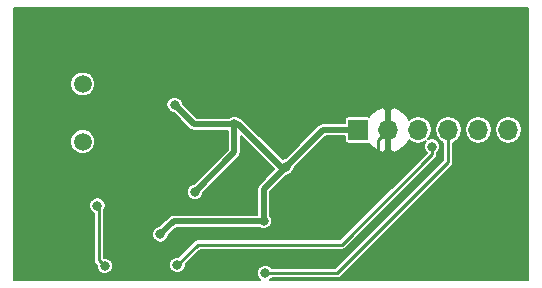
<source format=gbr>
G04 #@! TF.FileFunction,Copper,L2,Bot,Signal*
%FSLAX46Y46*%
G04 Gerber Fmt 4.6, Leading zero omitted, Abs format (unit mm)*
G04 Created by KiCad (PCBNEW 4.0.7+dfsg1-1) date Sun Jan 21 17:37:17 2018*
%MOMM*%
%LPD*%
G01*
G04 APERTURE LIST*
%ADD10C,0.100000*%
%ADD11C,1.500000*%
%ADD12R,1.700000X1.700000*%
%ADD13O,1.700000X1.700000*%
%ADD14C,0.800000*%
%ADD15C,0.500000*%
%ADD16C,0.250000*%
%ADD17C,0.200000*%
G04 APERTURE END LIST*
D10*
D11*
X19030000Y-24680000D03*
X19030000Y-19800000D03*
D12*
X42350000Y-23690000D03*
D13*
X44890000Y-23690000D03*
X47430000Y-23690000D03*
X49970000Y-23690000D03*
X52510000Y-23690000D03*
X55050000Y-23690000D03*
D14*
X25590000Y-32540000D03*
X28530000Y-28930000D03*
X26800000Y-21560000D03*
X31870000Y-23200000D03*
X36270000Y-26790000D03*
X34330000Y-31410000D03*
X43880000Y-35590000D03*
X45690000Y-35520000D03*
X47370000Y-35510000D03*
X54490000Y-25360000D03*
X52340000Y-25510000D03*
X50110000Y-30430000D03*
X51780000Y-30430000D03*
X53290000Y-30370000D03*
X19130000Y-28750000D03*
X36060000Y-24890000D03*
X36020000Y-23450000D03*
X34070000Y-23410000D03*
X33320000Y-26120000D03*
X34440000Y-27080000D03*
X36370000Y-28560000D03*
X36440000Y-30100000D03*
X28830000Y-24280000D03*
X30710000Y-25110000D03*
X31830000Y-27580000D03*
X30720000Y-29910000D03*
X29020000Y-15910000D03*
X23160000Y-17650000D03*
X17560000Y-34750000D03*
X19310000Y-34790000D03*
X19300000Y-32870000D03*
X17550000Y-32890000D03*
X19270000Y-31180000D03*
X17590000Y-31110000D03*
X17070000Y-14840000D03*
X14910000Y-17620000D03*
X15950000Y-18570000D03*
X16010000Y-21430000D03*
X16000000Y-23120000D03*
X16160000Y-26510000D03*
X36100000Y-15290000D03*
X36320000Y-18730000D03*
X44400000Y-27640000D03*
X39990000Y-28150000D03*
X40140000Y-30790000D03*
X34470000Y-35810000D03*
X48610000Y-25110000D03*
X27030000Y-35130000D03*
X20250000Y-30090000D03*
X20890000Y-35220000D03*
D15*
X31870000Y-25590000D02*
X31870000Y-23200000D01*
X28530000Y-28930000D02*
X31870000Y-25590000D01*
X26800000Y-21560000D02*
X28440000Y-23200000D01*
X28440000Y-23200000D02*
X31870000Y-23200000D01*
D16*
X36270000Y-26790000D02*
X35780000Y-26790000D01*
X32190000Y-23200000D02*
X31870000Y-23200000D01*
D15*
X35780000Y-26790000D02*
X32190000Y-23200000D01*
X34330000Y-31410000D02*
X34330000Y-28730000D01*
X34330000Y-28730000D02*
X36270000Y-26790000D01*
X39370000Y-23690000D02*
X42350000Y-23690000D01*
X36270000Y-26790000D02*
X39370000Y-23690000D01*
X25590000Y-32540000D02*
X26720000Y-31410000D01*
X26720000Y-31410000D02*
X34330000Y-31410000D01*
D16*
X43860000Y-35570000D02*
X43830000Y-35570000D01*
X43880000Y-35590000D02*
X43860000Y-35570000D01*
X47360000Y-35520000D02*
X45690000Y-35520000D01*
X47370000Y-35510000D02*
X47360000Y-35520000D01*
X52340000Y-28200000D02*
X52340000Y-25510000D01*
X50110000Y-30430000D02*
X52340000Y-28200000D01*
X53230000Y-30430000D02*
X51780000Y-30430000D01*
X53290000Y-30370000D02*
X53230000Y-30430000D01*
X16160000Y-26620000D02*
X17000000Y-26620000D01*
X17000000Y-26620000D02*
X19130000Y-28750000D01*
X34110000Y-23450000D02*
X36020000Y-23450000D01*
X34070000Y-23410000D02*
X34110000Y-23450000D01*
X33480000Y-26120000D02*
X33320000Y-26120000D01*
X34440000Y-27080000D02*
X33480000Y-26120000D01*
X36370000Y-30030000D02*
X36370000Y-28560000D01*
X36440000Y-30100000D02*
X36370000Y-30030000D01*
X29880000Y-24280000D02*
X28830000Y-24280000D01*
X30710000Y-25110000D02*
X29880000Y-24280000D01*
X31830000Y-28800000D02*
X31830000Y-27580000D01*
X30720000Y-29910000D02*
X31830000Y-28800000D01*
X24900000Y-15910000D02*
X29020000Y-15910000D01*
X23160000Y-17650000D02*
X24900000Y-15910000D01*
X16160000Y-26510000D02*
X16160000Y-26620000D01*
X16160000Y-26620000D02*
X16160000Y-29680000D01*
X19310000Y-32880000D02*
X19310000Y-34790000D01*
X19300000Y-32870000D02*
X19310000Y-32880000D01*
X17560000Y-32890000D02*
X17550000Y-32890000D01*
X19270000Y-31180000D02*
X17560000Y-32890000D01*
X16160000Y-29680000D02*
X17590000Y-31110000D01*
X17070000Y-15460000D02*
X17070000Y-14840000D01*
X14910000Y-17620000D02*
X17070000Y-15460000D01*
X15950000Y-21370000D02*
X15950000Y-18570000D01*
X16010000Y-21430000D02*
X15950000Y-21370000D01*
X16000000Y-26350000D02*
X16000000Y-23120000D01*
X16160000Y-26510000D02*
X16000000Y-26350000D01*
D17*
X36100000Y-18510000D02*
X36100000Y-15290000D01*
X36320000Y-18730000D02*
X36100000Y-18510000D01*
D16*
X44330000Y-27570000D02*
X44060000Y-27570000D01*
X44400000Y-27640000D02*
X44330000Y-27570000D01*
X44060000Y-28350000D02*
X44060000Y-27570000D01*
X41620000Y-30790000D02*
X40140000Y-30790000D01*
X44060000Y-28350000D02*
X41620000Y-30790000D01*
X44060000Y-27570000D02*
X44060000Y-24520000D01*
X44060000Y-24520000D02*
X44890000Y-23690000D01*
X40140000Y-28300000D02*
X40140000Y-30790000D01*
X39990000Y-28150000D02*
X40140000Y-28300000D01*
X49970000Y-26400000D02*
X49970000Y-23690000D01*
X40570000Y-35800000D02*
X49970000Y-26400000D01*
X34480000Y-35800000D02*
X40570000Y-35800000D01*
X34470000Y-35810000D02*
X34480000Y-35800000D01*
X48610000Y-25760000D02*
X48610000Y-25110000D01*
X40980000Y-33390000D02*
X48610000Y-25760000D01*
X28770000Y-33390000D02*
X40980000Y-33390000D01*
X27030000Y-35130000D02*
X28770000Y-33390000D01*
X20400000Y-30240000D02*
X20250000Y-30090000D01*
X20400000Y-34730000D02*
X20400000Y-30240000D01*
X20890000Y-35220000D02*
X20400000Y-34730000D01*
D17*
G36*
X56690000Y-36390000D02*
X34879801Y-36390000D01*
X35045090Y-36225000D01*
X40570000Y-36225000D01*
X40705657Y-36198016D01*
X40732641Y-36192649D01*
X40870520Y-36100520D01*
X50270520Y-26700521D01*
X50362648Y-26562641D01*
X50362649Y-26562640D01*
X50395000Y-26400000D01*
X50395000Y-24777992D01*
X50410086Y-24774991D01*
X50783173Y-24525703D01*
X51032461Y-24152616D01*
X51120000Y-23712530D01*
X51120000Y-23667470D01*
X51360000Y-23667470D01*
X51360000Y-23712530D01*
X51447539Y-24152616D01*
X51696827Y-24525703D01*
X52069914Y-24774991D01*
X52510000Y-24862530D01*
X52950086Y-24774991D01*
X53323173Y-24525703D01*
X53572461Y-24152616D01*
X53660000Y-23712530D01*
X53660000Y-23667470D01*
X53900000Y-23667470D01*
X53900000Y-23712530D01*
X53987539Y-24152616D01*
X54236827Y-24525703D01*
X54609914Y-24774991D01*
X55050000Y-24862530D01*
X55490086Y-24774991D01*
X55863173Y-24525703D01*
X56112461Y-24152616D01*
X56200000Y-23712530D01*
X56200000Y-23667470D01*
X56112461Y-23227384D01*
X55863173Y-22854297D01*
X55490086Y-22605009D01*
X55050000Y-22517470D01*
X54609914Y-22605009D01*
X54236827Y-22854297D01*
X53987539Y-23227384D01*
X53900000Y-23667470D01*
X53660000Y-23667470D01*
X53572461Y-23227384D01*
X53323173Y-22854297D01*
X52950086Y-22605009D01*
X52510000Y-22517470D01*
X52069914Y-22605009D01*
X51696827Y-22854297D01*
X51447539Y-23227384D01*
X51360000Y-23667470D01*
X51120000Y-23667470D01*
X51032461Y-23227384D01*
X50783173Y-22854297D01*
X50410086Y-22605009D01*
X49970000Y-22517470D01*
X49529914Y-22605009D01*
X49156827Y-22854297D01*
X48907539Y-23227384D01*
X48820000Y-23667470D01*
X48820000Y-23712530D01*
X48907539Y-24152616D01*
X49156827Y-24525703D01*
X49529914Y-24774991D01*
X49545000Y-24777992D01*
X49545000Y-26223959D01*
X40393960Y-35375000D01*
X35024845Y-35375000D01*
X34867036Y-35216915D01*
X34609850Y-35110122D01*
X34331372Y-35109879D01*
X34074000Y-35216223D01*
X33876915Y-35412964D01*
X33770122Y-35670150D01*
X33769879Y-35948628D01*
X33876223Y-36206000D01*
X34059902Y-36390000D01*
X13210000Y-36390000D01*
X13210000Y-30228628D01*
X19549879Y-30228628D01*
X19656223Y-30486000D01*
X19852964Y-30683085D01*
X19975000Y-30733759D01*
X19975000Y-34730000D01*
X19993492Y-34822964D01*
X20007351Y-34892641D01*
X20099480Y-35030520D01*
X20190086Y-35121126D01*
X20189879Y-35358628D01*
X20296223Y-35616000D01*
X20492964Y-35813085D01*
X20750150Y-35919878D01*
X21028628Y-35920121D01*
X21286000Y-35813777D01*
X21483085Y-35617036D01*
X21589878Y-35359850D01*
X21589957Y-35268628D01*
X26329879Y-35268628D01*
X26436223Y-35526000D01*
X26632964Y-35723085D01*
X26890150Y-35829878D01*
X27168628Y-35830121D01*
X27426000Y-35723777D01*
X27623085Y-35527036D01*
X27729878Y-35269850D01*
X27730086Y-35030954D01*
X28946041Y-33815000D01*
X40980000Y-33815000D01*
X41115657Y-33788016D01*
X41142641Y-33782649D01*
X41280520Y-33690520D01*
X48910520Y-26060521D01*
X49002648Y-25922641D01*
X49002649Y-25922640D01*
X49035000Y-25760000D01*
X49035000Y-25674828D01*
X49203085Y-25507036D01*
X49309878Y-25249850D01*
X49310121Y-24971372D01*
X49203777Y-24714000D01*
X49007036Y-24516915D01*
X48749850Y-24410122D01*
X48471372Y-24409879D01*
X48263049Y-24495956D01*
X48492461Y-24152616D01*
X48580000Y-23712530D01*
X48580000Y-23667470D01*
X48492461Y-23227384D01*
X48243173Y-22854297D01*
X47870086Y-22605009D01*
X47430000Y-22517470D01*
X46989914Y-22605009D01*
X46625377Y-22848584D01*
X46480683Y-22534612D01*
X45917452Y-22013833D01*
X45348709Y-21778262D01*
X45044000Y-22010044D01*
X45044000Y-23536000D01*
X45064000Y-23536000D01*
X45064000Y-23844000D01*
X45044000Y-23844000D01*
X45044000Y-25369956D01*
X45348709Y-25601738D01*
X45917452Y-25366167D01*
X46480683Y-24845388D01*
X46625377Y-24531416D01*
X46989914Y-24774991D01*
X47430000Y-24862530D01*
X47870086Y-24774991D01*
X48126225Y-24603845D01*
X48016915Y-24712964D01*
X47910122Y-24970150D01*
X47909879Y-25248628D01*
X48016223Y-25506000D01*
X48139483Y-25629476D01*
X40803960Y-32965000D01*
X28770000Y-32965000D01*
X28607359Y-32997351D01*
X28469480Y-33089479D01*
X27128874Y-34430086D01*
X26891372Y-34429879D01*
X26634000Y-34536223D01*
X26436915Y-34732964D01*
X26330122Y-34990150D01*
X26329879Y-35268628D01*
X21589957Y-35268628D01*
X21590121Y-35081372D01*
X21483777Y-34824000D01*
X21287036Y-34626915D01*
X21029850Y-34520122D01*
X20825000Y-34519943D01*
X20825000Y-32678628D01*
X24889879Y-32678628D01*
X24996223Y-32936000D01*
X25192964Y-33133085D01*
X25450150Y-33239878D01*
X25728628Y-33240121D01*
X25986000Y-33133777D01*
X26183085Y-32937036D01*
X26289878Y-32679850D01*
X26289932Y-32617886D01*
X26947817Y-31960000D01*
X33889954Y-31960000D01*
X33932964Y-32003085D01*
X34190150Y-32109878D01*
X34468628Y-32110121D01*
X34726000Y-32003777D01*
X34923085Y-31807036D01*
X35029878Y-31549850D01*
X35030121Y-31271372D01*
X34923777Y-31014000D01*
X34880000Y-30970146D01*
X34880000Y-28957818D01*
X36347750Y-27490068D01*
X36408628Y-27490121D01*
X36666000Y-27383777D01*
X36863085Y-27187036D01*
X36969878Y-26929850D01*
X36969932Y-26867886D01*
X39597818Y-24240000D01*
X41194123Y-24240000D01*
X41194123Y-24540000D01*
X41215042Y-24651173D01*
X41280745Y-24753279D01*
X41380997Y-24821778D01*
X41500000Y-24845877D01*
X43200000Y-24845877D01*
X43291599Y-24828641D01*
X43299317Y-24845388D01*
X43862548Y-25366167D01*
X44431291Y-25601738D01*
X44736000Y-25369956D01*
X44736000Y-23844000D01*
X44716000Y-23844000D01*
X44716000Y-23536000D01*
X44736000Y-23536000D01*
X44736000Y-22010044D01*
X44431291Y-21778262D01*
X43862548Y-22013833D01*
X43299317Y-22534612D01*
X43291045Y-22552560D01*
X43200000Y-22534123D01*
X41500000Y-22534123D01*
X41388827Y-22555042D01*
X41286721Y-22620745D01*
X41218222Y-22720997D01*
X41194123Y-22840000D01*
X41194123Y-23140000D01*
X39370000Y-23140000D01*
X39159524Y-23181866D01*
X38981091Y-23301091D01*
X36192250Y-26089932D01*
X36131372Y-26089879D01*
X35937715Y-26169897D01*
X32578909Y-22811091D01*
X32400476Y-22691866D01*
X32339788Y-22679795D01*
X32267036Y-22606915D01*
X32009850Y-22500122D01*
X31731372Y-22499879D01*
X31474000Y-22606223D01*
X31430146Y-22650000D01*
X28667818Y-22650000D01*
X27500068Y-21482250D01*
X27500121Y-21421372D01*
X27393777Y-21164000D01*
X27197036Y-20966915D01*
X26939850Y-20860122D01*
X26661372Y-20859879D01*
X26404000Y-20966223D01*
X26206915Y-21162964D01*
X26100122Y-21420150D01*
X26099879Y-21698628D01*
X26206223Y-21956000D01*
X26402964Y-22153085D01*
X26660150Y-22259878D01*
X26722114Y-22259932D01*
X28051091Y-23588909D01*
X28229524Y-23708134D01*
X28440000Y-23750000D01*
X31320000Y-23750000D01*
X31320000Y-25362182D01*
X28452250Y-28229932D01*
X28391372Y-28229879D01*
X28134000Y-28336223D01*
X27936915Y-28532964D01*
X27830122Y-28790150D01*
X27829879Y-29068628D01*
X27936223Y-29326000D01*
X28132964Y-29523085D01*
X28390150Y-29629878D01*
X28668628Y-29630121D01*
X28926000Y-29523777D01*
X29123085Y-29327036D01*
X29229878Y-29069850D01*
X29229932Y-29007886D01*
X32258909Y-25978909D01*
X32378134Y-25800476D01*
X32420000Y-25590000D01*
X32420000Y-24207818D01*
X35247182Y-27035000D01*
X33941091Y-28341091D01*
X33821866Y-28519524D01*
X33780000Y-28730000D01*
X33780000Y-30860000D01*
X26720000Y-30860000D01*
X26509524Y-30901866D01*
X26331091Y-31021091D01*
X26331089Y-31021094D01*
X25512250Y-31839932D01*
X25451372Y-31839879D01*
X25194000Y-31946223D01*
X24996915Y-32142964D01*
X24890122Y-32400150D01*
X24889879Y-32678628D01*
X20825000Y-32678628D01*
X20825000Y-30505089D01*
X20843085Y-30487036D01*
X20949878Y-30229850D01*
X20950121Y-29951372D01*
X20843777Y-29694000D01*
X20647036Y-29496915D01*
X20389850Y-29390122D01*
X20111372Y-29389879D01*
X19854000Y-29496223D01*
X19656915Y-29692964D01*
X19550122Y-29950150D01*
X19549879Y-30228628D01*
X13210000Y-30228628D01*
X13210000Y-24887942D01*
X17979818Y-24887942D01*
X18139334Y-25274000D01*
X18434446Y-25569628D01*
X18820226Y-25729818D01*
X19237942Y-25730182D01*
X19624000Y-25570666D01*
X19919628Y-25275554D01*
X20079818Y-24889774D01*
X20080182Y-24472058D01*
X19920666Y-24086000D01*
X19625554Y-23790372D01*
X19239774Y-23630182D01*
X18822058Y-23629818D01*
X18436000Y-23789334D01*
X18140372Y-24084446D01*
X17980182Y-24470226D01*
X17979818Y-24887942D01*
X13210000Y-24887942D01*
X13210000Y-20007942D01*
X17979818Y-20007942D01*
X18139334Y-20394000D01*
X18434446Y-20689628D01*
X18820226Y-20849818D01*
X19237942Y-20850182D01*
X19624000Y-20690666D01*
X19919628Y-20395554D01*
X20079818Y-20009774D01*
X20080182Y-19592058D01*
X19920666Y-19206000D01*
X19625554Y-18910372D01*
X19239774Y-18750182D01*
X18822058Y-18749818D01*
X18436000Y-18909334D01*
X18140372Y-19204446D01*
X17980182Y-19590226D01*
X17979818Y-20007942D01*
X13210000Y-20007942D01*
X13210000Y-13330000D01*
X56690000Y-13330000D01*
X56690000Y-36390000D01*
X56690000Y-36390000D01*
G37*
X56690000Y-36390000D02*
X34879801Y-36390000D01*
X35045090Y-36225000D01*
X40570000Y-36225000D01*
X40705657Y-36198016D01*
X40732641Y-36192649D01*
X40870520Y-36100520D01*
X50270520Y-26700521D01*
X50362648Y-26562641D01*
X50362649Y-26562640D01*
X50395000Y-26400000D01*
X50395000Y-24777992D01*
X50410086Y-24774991D01*
X50783173Y-24525703D01*
X51032461Y-24152616D01*
X51120000Y-23712530D01*
X51120000Y-23667470D01*
X51360000Y-23667470D01*
X51360000Y-23712530D01*
X51447539Y-24152616D01*
X51696827Y-24525703D01*
X52069914Y-24774991D01*
X52510000Y-24862530D01*
X52950086Y-24774991D01*
X53323173Y-24525703D01*
X53572461Y-24152616D01*
X53660000Y-23712530D01*
X53660000Y-23667470D01*
X53900000Y-23667470D01*
X53900000Y-23712530D01*
X53987539Y-24152616D01*
X54236827Y-24525703D01*
X54609914Y-24774991D01*
X55050000Y-24862530D01*
X55490086Y-24774991D01*
X55863173Y-24525703D01*
X56112461Y-24152616D01*
X56200000Y-23712530D01*
X56200000Y-23667470D01*
X56112461Y-23227384D01*
X55863173Y-22854297D01*
X55490086Y-22605009D01*
X55050000Y-22517470D01*
X54609914Y-22605009D01*
X54236827Y-22854297D01*
X53987539Y-23227384D01*
X53900000Y-23667470D01*
X53660000Y-23667470D01*
X53572461Y-23227384D01*
X53323173Y-22854297D01*
X52950086Y-22605009D01*
X52510000Y-22517470D01*
X52069914Y-22605009D01*
X51696827Y-22854297D01*
X51447539Y-23227384D01*
X51360000Y-23667470D01*
X51120000Y-23667470D01*
X51032461Y-23227384D01*
X50783173Y-22854297D01*
X50410086Y-22605009D01*
X49970000Y-22517470D01*
X49529914Y-22605009D01*
X49156827Y-22854297D01*
X48907539Y-23227384D01*
X48820000Y-23667470D01*
X48820000Y-23712530D01*
X48907539Y-24152616D01*
X49156827Y-24525703D01*
X49529914Y-24774991D01*
X49545000Y-24777992D01*
X49545000Y-26223959D01*
X40393960Y-35375000D01*
X35024845Y-35375000D01*
X34867036Y-35216915D01*
X34609850Y-35110122D01*
X34331372Y-35109879D01*
X34074000Y-35216223D01*
X33876915Y-35412964D01*
X33770122Y-35670150D01*
X33769879Y-35948628D01*
X33876223Y-36206000D01*
X34059902Y-36390000D01*
X13210000Y-36390000D01*
X13210000Y-30228628D01*
X19549879Y-30228628D01*
X19656223Y-30486000D01*
X19852964Y-30683085D01*
X19975000Y-30733759D01*
X19975000Y-34730000D01*
X19993492Y-34822964D01*
X20007351Y-34892641D01*
X20099480Y-35030520D01*
X20190086Y-35121126D01*
X20189879Y-35358628D01*
X20296223Y-35616000D01*
X20492964Y-35813085D01*
X20750150Y-35919878D01*
X21028628Y-35920121D01*
X21286000Y-35813777D01*
X21483085Y-35617036D01*
X21589878Y-35359850D01*
X21589957Y-35268628D01*
X26329879Y-35268628D01*
X26436223Y-35526000D01*
X26632964Y-35723085D01*
X26890150Y-35829878D01*
X27168628Y-35830121D01*
X27426000Y-35723777D01*
X27623085Y-35527036D01*
X27729878Y-35269850D01*
X27730086Y-35030954D01*
X28946041Y-33815000D01*
X40980000Y-33815000D01*
X41115657Y-33788016D01*
X41142641Y-33782649D01*
X41280520Y-33690520D01*
X48910520Y-26060521D01*
X49002648Y-25922641D01*
X49002649Y-25922640D01*
X49035000Y-25760000D01*
X49035000Y-25674828D01*
X49203085Y-25507036D01*
X49309878Y-25249850D01*
X49310121Y-24971372D01*
X49203777Y-24714000D01*
X49007036Y-24516915D01*
X48749850Y-24410122D01*
X48471372Y-24409879D01*
X48263049Y-24495956D01*
X48492461Y-24152616D01*
X48580000Y-23712530D01*
X48580000Y-23667470D01*
X48492461Y-23227384D01*
X48243173Y-22854297D01*
X47870086Y-22605009D01*
X47430000Y-22517470D01*
X46989914Y-22605009D01*
X46625377Y-22848584D01*
X46480683Y-22534612D01*
X45917452Y-22013833D01*
X45348709Y-21778262D01*
X45044000Y-22010044D01*
X45044000Y-23536000D01*
X45064000Y-23536000D01*
X45064000Y-23844000D01*
X45044000Y-23844000D01*
X45044000Y-25369956D01*
X45348709Y-25601738D01*
X45917452Y-25366167D01*
X46480683Y-24845388D01*
X46625377Y-24531416D01*
X46989914Y-24774991D01*
X47430000Y-24862530D01*
X47870086Y-24774991D01*
X48126225Y-24603845D01*
X48016915Y-24712964D01*
X47910122Y-24970150D01*
X47909879Y-25248628D01*
X48016223Y-25506000D01*
X48139483Y-25629476D01*
X40803960Y-32965000D01*
X28770000Y-32965000D01*
X28607359Y-32997351D01*
X28469480Y-33089479D01*
X27128874Y-34430086D01*
X26891372Y-34429879D01*
X26634000Y-34536223D01*
X26436915Y-34732964D01*
X26330122Y-34990150D01*
X26329879Y-35268628D01*
X21589957Y-35268628D01*
X21590121Y-35081372D01*
X21483777Y-34824000D01*
X21287036Y-34626915D01*
X21029850Y-34520122D01*
X20825000Y-34519943D01*
X20825000Y-32678628D01*
X24889879Y-32678628D01*
X24996223Y-32936000D01*
X25192964Y-33133085D01*
X25450150Y-33239878D01*
X25728628Y-33240121D01*
X25986000Y-33133777D01*
X26183085Y-32937036D01*
X26289878Y-32679850D01*
X26289932Y-32617886D01*
X26947817Y-31960000D01*
X33889954Y-31960000D01*
X33932964Y-32003085D01*
X34190150Y-32109878D01*
X34468628Y-32110121D01*
X34726000Y-32003777D01*
X34923085Y-31807036D01*
X35029878Y-31549850D01*
X35030121Y-31271372D01*
X34923777Y-31014000D01*
X34880000Y-30970146D01*
X34880000Y-28957818D01*
X36347750Y-27490068D01*
X36408628Y-27490121D01*
X36666000Y-27383777D01*
X36863085Y-27187036D01*
X36969878Y-26929850D01*
X36969932Y-26867886D01*
X39597818Y-24240000D01*
X41194123Y-24240000D01*
X41194123Y-24540000D01*
X41215042Y-24651173D01*
X41280745Y-24753279D01*
X41380997Y-24821778D01*
X41500000Y-24845877D01*
X43200000Y-24845877D01*
X43291599Y-24828641D01*
X43299317Y-24845388D01*
X43862548Y-25366167D01*
X44431291Y-25601738D01*
X44736000Y-25369956D01*
X44736000Y-23844000D01*
X44716000Y-23844000D01*
X44716000Y-23536000D01*
X44736000Y-23536000D01*
X44736000Y-22010044D01*
X44431291Y-21778262D01*
X43862548Y-22013833D01*
X43299317Y-22534612D01*
X43291045Y-22552560D01*
X43200000Y-22534123D01*
X41500000Y-22534123D01*
X41388827Y-22555042D01*
X41286721Y-22620745D01*
X41218222Y-22720997D01*
X41194123Y-22840000D01*
X41194123Y-23140000D01*
X39370000Y-23140000D01*
X39159524Y-23181866D01*
X38981091Y-23301091D01*
X36192250Y-26089932D01*
X36131372Y-26089879D01*
X35937715Y-26169897D01*
X32578909Y-22811091D01*
X32400476Y-22691866D01*
X32339788Y-22679795D01*
X32267036Y-22606915D01*
X32009850Y-22500122D01*
X31731372Y-22499879D01*
X31474000Y-22606223D01*
X31430146Y-22650000D01*
X28667818Y-22650000D01*
X27500068Y-21482250D01*
X27500121Y-21421372D01*
X27393777Y-21164000D01*
X27197036Y-20966915D01*
X26939850Y-20860122D01*
X26661372Y-20859879D01*
X26404000Y-20966223D01*
X26206915Y-21162964D01*
X26100122Y-21420150D01*
X26099879Y-21698628D01*
X26206223Y-21956000D01*
X26402964Y-22153085D01*
X26660150Y-22259878D01*
X26722114Y-22259932D01*
X28051091Y-23588909D01*
X28229524Y-23708134D01*
X28440000Y-23750000D01*
X31320000Y-23750000D01*
X31320000Y-25362182D01*
X28452250Y-28229932D01*
X28391372Y-28229879D01*
X28134000Y-28336223D01*
X27936915Y-28532964D01*
X27830122Y-28790150D01*
X27829879Y-29068628D01*
X27936223Y-29326000D01*
X28132964Y-29523085D01*
X28390150Y-29629878D01*
X28668628Y-29630121D01*
X28926000Y-29523777D01*
X29123085Y-29327036D01*
X29229878Y-29069850D01*
X29229932Y-29007886D01*
X32258909Y-25978909D01*
X32378134Y-25800476D01*
X32420000Y-25590000D01*
X32420000Y-24207818D01*
X35247182Y-27035000D01*
X33941091Y-28341091D01*
X33821866Y-28519524D01*
X33780000Y-28730000D01*
X33780000Y-30860000D01*
X26720000Y-30860000D01*
X26509524Y-30901866D01*
X26331091Y-31021091D01*
X26331089Y-31021094D01*
X25512250Y-31839932D01*
X25451372Y-31839879D01*
X25194000Y-31946223D01*
X24996915Y-32142964D01*
X24890122Y-32400150D01*
X24889879Y-32678628D01*
X20825000Y-32678628D01*
X20825000Y-30505089D01*
X20843085Y-30487036D01*
X20949878Y-30229850D01*
X20950121Y-29951372D01*
X20843777Y-29694000D01*
X20647036Y-29496915D01*
X20389850Y-29390122D01*
X20111372Y-29389879D01*
X19854000Y-29496223D01*
X19656915Y-29692964D01*
X19550122Y-29950150D01*
X19549879Y-30228628D01*
X13210000Y-30228628D01*
X13210000Y-24887942D01*
X17979818Y-24887942D01*
X18139334Y-25274000D01*
X18434446Y-25569628D01*
X18820226Y-25729818D01*
X19237942Y-25730182D01*
X19624000Y-25570666D01*
X19919628Y-25275554D01*
X20079818Y-24889774D01*
X20080182Y-24472058D01*
X19920666Y-24086000D01*
X19625554Y-23790372D01*
X19239774Y-23630182D01*
X18822058Y-23629818D01*
X18436000Y-23789334D01*
X18140372Y-24084446D01*
X17980182Y-24470226D01*
X17979818Y-24887942D01*
X13210000Y-24887942D01*
X13210000Y-20007942D01*
X17979818Y-20007942D01*
X18139334Y-20394000D01*
X18434446Y-20689628D01*
X18820226Y-20849818D01*
X19237942Y-20850182D01*
X19624000Y-20690666D01*
X19919628Y-20395554D01*
X20079818Y-20009774D01*
X20080182Y-19592058D01*
X19920666Y-19206000D01*
X19625554Y-18910372D01*
X19239774Y-18750182D01*
X18822058Y-18749818D01*
X18436000Y-18909334D01*
X18140372Y-19204446D01*
X17980182Y-19590226D01*
X17979818Y-20007942D01*
X13210000Y-20007942D01*
X13210000Y-13330000D01*
X56690000Y-13330000D01*
X56690000Y-36390000D01*
M02*

</source>
